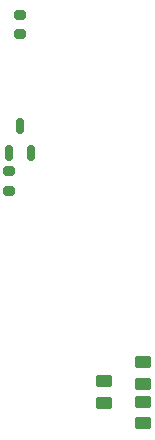
<source format=gbr>
%TF.GenerationSoftware,KiCad,Pcbnew,7.0.8*%
%TF.CreationDate,2024-05-06T13:54:13-04:00*%
%TF.ProjectId,scart breakout,73636172-7420-4627-9265-616b6f75742e,rev?*%
%TF.SameCoordinates,Original*%
%TF.FileFunction,Paste,Top*%
%TF.FilePolarity,Positive*%
%FSLAX46Y46*%
G04 Gerber Fmt 4.6, Leading zero omitted, Abs format (unit mm)*
G04 Created by KiCad (PCBNEW 7.0.8) date 2024-05-06 13:54:13*
%MOMM*%
%LPD*%
G01*
G04 APERTURE LIST*
G04 Aperture macros list*
%AMRoundRect*
0 Rectangle with rounded corners*
0 $1 Rounding radius*
0 $2 $3 $4 $5 $6 $7 $8 $9 X,Y pos of 4 corners*
0 Add a 4 corners polygon primitive as box body*
4,1,4,$2,$3,$4,$5,$6,$7,$8,$9,$2,$3,0*
0 Add four circle primitives for the rounded corners*
1,1,$1+$1,$2,$3*
1,1,$1+$1,$4,$5*
1,1,$1+$1,$6,$7*
1,1,$1+$1,$8,$9*
0 Add four rect primitives between the rounded corners*
20,1,$1+$1,$2,$3,$4,$5,0*
20,1,$1+$1,$4,$5,$6,$7,0*
20,1,$1+$1,$6,$7,$8,$9,0*
20,1,$1+$1,$8,$9,$2,$3,0*%
G04 Aperture macros list end*
%ADD10RoundRect,0.150000X0.150000X-0.512500X0.150000X0.512500X-0.150000X0.512500X-0.150000X-0.512500X0*%
%ADD11RoundRect,0.200000X-0.275000X0.200000X-0.275000X-0.200000X0.275000X-0.200000X0.275000X0.200000X0*%
%ADD12RoundRect,0.250000X0.450000X-0.262500X0.450000X0.262500X-0.450000X0.262500X-0.450000X-0.262500X0*%
G04 APERTURE END LIST*
D10*
%TO.C,Q1*%
X16449000Y-36158600D03*
X18349000Y-36158600D03*
X17399000Y-33883600D03*
%TD*%
D11*
%TO.C,R2*%
X17399000Y-24473400D03*
X17399000Y-26123400D03*
%TD*%
%TO.C,R1*%
X16484600Y-37732200D03*
X16484600Y-39382200D03*
%TD*%
D12*
%TO.C,R4*%
X27787600Y-59080400D03*
X27787600Y-57255400D03*
%TD*%
%TO.C,R3*%
X27762200Y-55702200D03*
X27762200Y-53877200D03*
%TD*%
%TO.C,R5*%
X24460200Y-57327800D03*
X24460200Y-55502800D03*
%TD*%
M02*

</source>
